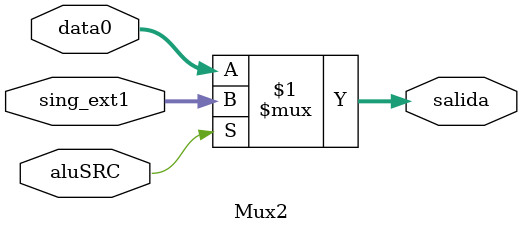
<source format=v>
module Mux2(
	input [31:0]sing_ext1,
	input [31:0]data0,
	input aluSRC,
	output [31:0]salida
	
);
assign
	salida = (aluSRC)? sing_ext1 : data0;

endmodule 
</source>
